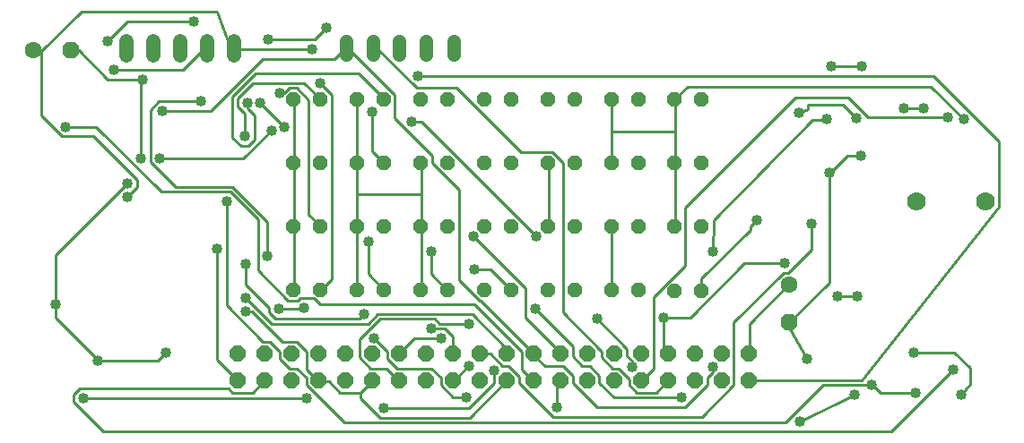
<source format=gbl>
G75*
%MOIN*%
%OFA0B0*%
%FSLAX24Y24*%
%IPPOS*%
%LPD*%
%AMOC8*
5,1,8,0,0,1.08239X$1,22.5*
%
%ADD10OC8,0.0520*%
%ADD11C,0.0520*%
%ADD12C,0.0515*%
%ADD13C,0.0700*%
%ADD14OC8,0.0600*%
%ADD15OC8,0.0630*%
%ADD16C,0.0630*%
%ADD17C,0.0100*%
%ADD18C,0.0400*%
D10*
X013043Y007881D03*
X014043Y007881D03*
X015405Y007881D03*
X016405Y007881D03*
X017767Y007881D03*
X018767Y007881D03*
X020130Y007881D03*
X021130Y007881D03*
X022492Y007881D03*
X023492Y007881D03*
X024854Y007881D03*
X025854Y007881D03*
X027216Y007842D03*
X028216Y007842D03*
X028216Y010244D03*
X027216Y010244D03*
X025854Y010244D03*
X024854Y010244D03*
X023492Y010244D03*
X022492Y010244D03*
X021130Y010244D03*
X020130Y010244D03*
X018767Y010244D03*
X017767Y010244D03*
X016405Y010244D03*
X015405Y010244D03*
X014043Y010244D03*
X013043Y010244D03*
X013043Y012606D03*
X014043Y012606D03*
X015405Y012606D03*
X016405Y012606D03*
X017767Y012606D03*
X018767Y012606D03*
X020130Y012606D03*
X021130Y012606D03*
X022492Y012606D03*
X023492Y012606D03*
X024854Y012606D03*
X025854Y012606D03*
X027216Y012606D03*
X028216Y012606D03*
X028216Y014968D03*
X027216Y014968D03*
X025854Y014968D03*
X024854Y014968D03*
X023492Y014968D03*
X022492Y014968D03*
X021130Y014968D03*
X020130Y014968D03*
X018767Y014968D03*
X017767Y014968D03*
X016405Y014968D03*
X015405Y014968D03*
X014043Y014968D03*
X013043Y014968D03*
D11*
X010830Y016625D02*
X010830Y017145D01*
X009830Y017145D02*
X009830Y016625D01*
X008830Y016625D02*
X008830Y017145D01*
X007830Y017145D02*
X007830Y016625D01*
X006830Y016625D02*
X006830Y017145D01*
D12*
X015000Y017155D02*
X015000Y016640D01*
X015984Y016640D02*
X015984Y017155D01*
X016968Y017155D02*
X016968Y016640D01*
X017952Y016640D02*
X017952Y017155D01*
X019015Y017155D02*
X019015Y016640D01*
D13*
X036200Y011189D03*
X038760Y011189D03*
D14*
X029972Y005507D03*
X028972Y005507D03*
X027972Y005507D03*
X026972Y005507D03*
X025972Y005507D03*
X024972Y005507D03*
X023972Y005507D03*
X022972Y005507D03*
X021972Y005507D03*
X020972Y005507D03*
X019972Y005507D03*
X018972Y005507D03*
X017972Y005507D03*
X016972Y005507D03*
X015972Y005507D03*
X014972Y005507D03*
X013972Y005507D03*
X012972Y005507D03*
X011972Y005507D03*
X010972Y005507D03*
X010972Y004507D03*
X011972Y004507D03*
X012972Y004507D03*
X013972Y004507D03*
X014972Y004507D03*
X015972Y004507D03*
X016972Y004507D03*
X017972Y004507D03*
X018972Y004507D03*
X019972Y004507D03*
X020972Y004507D03*
X021972Y004507D03*
X022972Y004507D03*
X023972Y004507D03*
X024972Y004507D03*
X025972Y004507D03*
X026972Y004507D03*
X027972Y004507D03*
X028972Y004507D03*
X029972Y004507D03*
D15*
X031456Y006670D03*
X004755Y016819D03*
D16*
X003355Y016819D03*
X031456Y008070D03*
D17*
X005962Y002623D02*
X004882Y003703D01*
X004882Y003973D01*
X005107Y004198D01*
X010642Y004198D01*
X010777Y004063D01*
X011542Y004063D01*
X011947Y004468D01*
X011972Y004507D01*
X012532Y005323D02*
X012892Y004963D01*
X013162Y004963D01*
X013522Y004603D01*
X013522Y004333D01*
X014917Y002938D01*
X031342Y002938D01*
X032737Y004333D01*
X034537Y004333D01*
X034582Y004333D01*
X034852Y004063D01*
X036157Y004063D01*
X037552Y004918D02*
X035257Y002623D01*
X005962Y002623D01*
X005242Y003838D02*
X013522Y003838D01*
X013927Y004513D02*
X013972Y004507D01*
X014017Y004468D01*
X014377Y004468D01*
X014782Y004063D01*
X015547Y004063D01*
X015547Y003838D01*
X016267Y003118D01*
X019597Y003118D01*
X020947Y004468D01*
X020972Y004507D01*
X021442Y004423D02*
X021442Y004648D01*
X021037Y005053D01*
X020812Y005053D01*
X020362Y005503D01*
X020002Y005503D01*
X019972Y005507D01*
X020947Y005548D02*
X020972Y005507D01*
X020947Y005548D02*
X020947Y005728D01*
X019687Y006988D01*
X016177Y006988D01*
X015817Y006628D01*
X012217Y006628D01*
X011272Y007573D01*
X011272Y008068D02*
X012127Y007213D01*
X012127Y007033D01*
X012352Y006808D01*
X015502Y006808D01*
X015682Y006988D01*
X016267Y006808D02*
X015502Y006043D01*
X015502Y005368D01*
X015907Y004963D01*
X016492Y004963D01*
X016942Y004513D01*
X016972Y004507D01*
X016897Y004963D02*
X018157Y004963D01*
X018517Y004603D01*
X018517Y004333D01*
X018967Y003883D01*
X019462Y003883D01*
X019552Y003478D02*
X020497Y004423D01*
X020497Y004873D01*
X019552Y005053D02*
X019012Y004513D01*
X018972Y004507D01*
X016897Y004963D02*
X016537Y005323D01*
X016537Y005593D01*
X016042Y006088D01*
X016987Y005548D02*
X016972Y005507D01*
X016987Y005548D02*
X017527Y006088D01*
X018517Y006088D01*
X018652Y006448D02*
X018967Y006133D01*
X018967Y005548D01*
X018972Y005507D01*
X018652Y006448D02*
X018157Y006448D01*
X018472Y006628D02*
X018292Y006808D01*
X016267Y006808D01*
X016405Y007881D02*
X016402Y007888D01*
X015817Y008473D01*
X015817Y009688D01*
X015412Y010228D02*
X015405Y010244D01*
X015412Y010273D01*
X015412Y011443D01*
X017797Y011443D01*
X017797Y012568D01*
X017767Y012606D01*
X018202Y012613D02*
X018202Y012883D01*
X016807Y014278D01*
X016807Y015133D01*
X015052Y016888D01*
X015000Y016897D01*
X014962Y016888D01*
X014557Y016483D01*
X011902Y016483D01*
X009967Y014548D01*
X008167Y014548D01*
X008032Y014908D02*
X007717Y014593D01*
X007717Y012658D01*
X008662Y011713D01*
X010777Y011713D01*
X012082Y010408D01*
X012082Y009148D01*
X011272Y008833D02*
X011272Y008068D01*
X011722Y008608D02*
X012847Y007483D01*
X013207Y007483D01*
X013297Y007573D01*
X013792Y007573D01*
X014017Y007348D01*
X019777Y007348D01*
X021532Y005593D01*
X021532Y004918D01*
X021937Y004513D01*
X021972Y004507D01*
X021442Y004423D02*
X022702Y003163D01*
X028237Y003163D01*
X029407Y004333D01*
X029407Y006673D01*
X031252Y008518D01*
X031432Y008518D01*
X032287Y009373D01*
X032287Y010363D01*
X030275Y010480D02*
X030039Y010244D01*
X030039Y010126D01*
X028216Y008303D01*
X028216Y007842D01*
X027787Y006853D02*
X026797Y006853D01*
X026797Y005683D01*
X026932Y005548D01*
X026972Y005507D01*
X026437Y004963D02*
X025987Y004513D01*
X025972Y004507D01*
X025537Y004558D02*
X025537Y004333D01*
X025807Y004063D01*
X026527Y004063D01*
X026932Y004468D01*
X026972Y004507D01*
X026437Y004963D02*
X026437Y007618D01*
X027607Y008788D01*
X027607Y010948D01*
X031702Y015043D01*
X033682Y015043D01*
X034402Y014323D01*
X037372Y014323D01*
X037957Y014233D02*
X036742Y015448D01*
X027697Y015448D01*
X027247Y014998D01*
X027216Y014968D01*
X027247Y014953D01*
X027247Y013783D01*
X024862Y013783D01*
X024862Y014953D01*
X024854Y014968D01*
X024862Y013783D02*
X024862Y012613D01*
X024854Y012606D01*
X023062Y012613D02*
X023062Y007033D01*
X024502Y005593D01*
X024502Y005368D01*
X024907Y004963D01*
X025132Y004963D01*
X025537Y004558D01*
X025627Y005008D02*
X025627Y005233D01*
X025447Y005413D01*
X025447Y005683D01*
X024322Y006808D01*
X023422Y005773D02*
X022027Y007168D01*
X021667Y006853D02*
X022972Y005548D01*
X022972Y005507D01*
X023422Y005413D02*
X023422Y005773D01*
X023422Y005413D02*
X023782Y005053D01*
X024052Y005053D01*
X024412Y004693D01*
X024412Y004423D01*
X024952Y003883D01*
X027472Y003883D01*
X027607Y003523D02*
X024322Y003523D01*
X023422Y004423D01*
X023422Y004693D01*
X023062Y005053D01*
X022387Y005053D01*
X021982Y005458D01*
X021972Y005507D01*
X021937Y005548D01*
X020002Y007483D01*
X019957Y007483D01*
X019192Y008248D01*
X019192Y011623D01*
X018202Y012613D01*
X016405Y012606D02*
X016402Y012613D01*
X015952Y013063D01*
X015952Y014503D01*
X016405Y014968D02*
X016402Y014998D01*
X015457Y015943D01*
X011632Y015943D01*
X010777Y015088D01*
X010777Y013558D01*
X011092Y013243D01*
X011362Y013243D01*
X011587Y013468D01*
X011587Y014368D01*
X011317Y014638D01*
X011317Y014863D01*
X010957Y014998D02*
X010957Y014728D01*
X011227Y014458D01*
X011227Y013603D01*
X011182Y012793D02*
X012217Y013828D01*
X012712Y013963D02*
X011812Y014863D01*
X011542Y015583D02*
X010957Y014998D01*
X011542Y015583D02*
X013432Y015583D01*
X014017Y014998D01*
X014043Y014968D01*
X013612Y014953D02*
X013612Y010678D01*
X014017Y010273D01*
X014043Y010244D01*
X013072Y010228D02*
X013043Y010244D01*
X013072Y010273D01*
X013072Y012568D01*
X013043Y012606D01*
X013072Y012613D01*
X013072Y014953D01*
X013043Y014968D01*
X013162Y015403D02*
X013612Y014953D01*
X013162Y015403D02*
X012892Y015403D01*
X012712Y015223D01*
X012532Y015223D01*
X014017Y015583D02*
X014467Y015133D01*
X014467Y008293D01*
X014062Y007888D01*
X014043Y007881D01*
X013072Y007888D02*
X013043Y007881D01*
X013072Y007888D02*
X013072Y010228D01*
X011722Y010498D02*
X011722Y008608D01*
X010192Y009418D02*
X010192Y005278D01*
X010957Y004513D01*
X010972Y004507D01*
X012532Y005323D02*
X012532Y005593D01*
X012172Y005953D01*
X011902Y005953D01*
X010552Y007303D01*
X010552Y011173D01*
X010687Y011533D02*
X011722Y010498D01*
X010687Y011533D02*
X008122Y011533D01*
X005692Y013963D01*
X004567Y013963D01*
X004432Y013603D02*
X003667Y014368D01*
X003667Y016798D01*
X003355Y016819D01*
X003712Y016798D01*
X005152Y018238D01*
X010203Y018238D01*
X010687Y016888D01*
X010830Y016885D01*
X010732Y016843D01*
X013747Y016843D01*
X013819Y017212D02*
X014252Y017645D01*
X013819Y017212D02*
X012086Y017212D01*
X009830Y016885D02*
X009697Y016843D01*
X008932Y016078D01*
X006367Y016078D01*
X006142Y015718D02*
X005062Y016798D01*
X004755Y016819D01*
X006142Y017158D02*
X006862Y017878D01*
X009320Y017878D01*
X007447Y015718D02*
X006142Y015718D01*
X007357Y015673D02*
X007447Y015718D01*
X007357Y015673D02*
X007357Y012793D01*
X008077Y012793D02*
X011182Y012793D01*
X009584Y014908D02*
X008032Y014908D01*
X005602Y013603D02*
X004432Y013603D01*
X005602Y013603D02*
X007222Y011983D01*
X007222Y011713D01*
X006862Y011353D01*
X006862Y011848D02*
X004207Y009193D01*
X004207Y007348D01*
X004207Y006853D01*
X005782Y005278D01*
X005782Y005233D01*
X007987Y005233D01*
X008302Y005548D01*
X011272Y007078D02*
X011497Y007078D01*
X012622Y005953D01*
X013162Y005953D01*
X013522Y005593D01*
X013522Y004918D01*
X013927Y004513D01*
X015547Y004063D02*
X015952Y004468D01*
X015972Y004507D01*
X016402Y003478D02*
X019552Y003478D01*
X022837Y003523D02*
X022837Y004333D01*
X022972Y004468D01*
X022972Y004507D01*
X019552Y006628D02*
X018472Y006628D01*
X018767Y007881D02*
X018742Y007888D01*
X018157Y008473D01*
X018157Y009328D01*
X019732Y009868D02*
X021667Y007933D01*
X021667Y006853D01*
X021130Y007881D02*
X021127Y007888D01*
X020362Y008653D01*
X019777Y008653D01*
X017797Y007888D02*
X017767Y007881D01*
X017797Y007888D02*
X017797Y010228D01*
X017767Y010244D01*
X017797Y010273D01*
X017797Y011443D01*
X015412Y011443D02*
X015412Y012568D01*
X015405Y012606D01*
X015412Y012658D01*
X015412Y014953D01*
X015405Y014968D01*
X016132Y016888D02*
X017617Y015403D01*
X019102Y015403D01*
X021487Y013018D01*
X022657Y013018D01*
X023062Y012613D01*
X022522Y012568D02*
X022492Y012606D01*
X022522Y012568D02*
X022522Y010273D01*
X022492Y010244D01*
X022072Y009868D02*
X017797Y014143D01*
X017437Y014143D01*
X017662Y015853D02*
X036832Y015853D01*
X039262Y013423D01*
X039262Y010993D01*
X034160Y004513D01*
X029992Y004513D01*
X029972Y004507D01*
X028642Y004828D02*
X028417Y004603D01*
X028417Y004333D01*
X027607Y003523D01*
X028642Y004828D02*
X028642Y005008D01*
X029972Y005507D02*
X029992Y005548D01*
X029992Y006628D01*
X031432Y008068D01*
X031456Y008070D01*
X031297Y008878D02*
X029812Y008878D01*
X027787Y006853D01*
X024862Y007888D02*
X024854Y007881D01*
X024862Y007888D02*
X024862Y010228D01*
X024854Y010244D01*
X027216Y010244D02*
X027247Y010273D01*
X027247Y012568D01*
X027216Y012606D01*
X027247Y012613D01*
X027247Y013783D01*
X031837Y014486D02*
X032180Y014604D01*
X032152Y014773D01*
X033457Y014773D01*
X033952Y014278D01*
X032872Y014233D02*
X032591Y014199D01*
X032321Y014199D01*
X028681Y010481D01*
X028642Y009328D01*
X031477Y006673D02*
X032962Y008158D01*
X032962Y012253D01*
X033007Y012253D01*
X033637Y012883D01*
X034132Y012883D01*
X035748Y014653D02*
X036456Y014653D01*
X034173Y016228D02*
X033031Y016228D01*
X033277Y007663D02*
X033997Y007663D01*
X031477Y006673D02*
X031456Y006670D01*
X031477Y006628D01*
X031477Y006493D01*
X032129Y005329D01*
X033896Y003973D02*
X031882Y002983D01*
X036102Y005559D02*
X037598Y005559D01*
X038189Y004968D01*
X038189Y004378D01*
X037874Y003984D01*
X015412Y007888D02*
X015405Y007881D01*
X015412Y007888D02*
X015412Y010228D01*
X013432Y007213D02*
X013387Y007168D01*
X012487Y007168D01*
X015997Y016888D02*
X015984Y016897D01*
X015997Y016888D02*
X016132Y016888D01*
D18*
X017662Y015853D03*
X015952Y014503D03*
X017437Y014143D03*
X014017Y015583D03*
X012532Y015223D03*
X011812Y014863D03*
X011317Y014863D03*
X012712Y013963D03*
X012217Y013828D03*
X011227Y013603D03*
X009584Y014908D03*
X008167Y014548D03*
X007447Y015718D03*
X006367Y016078D03*
X006142Y017158D03*
X009320Y017878D03*
X012086Y017212D03*
X013747Y016843D03*
X014252Y017645D03*
X008077Y012793D03*
X007357Y012793D03*
X006862Y011848D03*
X006862Y011353D03*
X010552Y011173D03*
X010192Y009418D03*
X011272Y008833D03*
X012082Y009148D03*
X011272Y007573D03*
X011272Y007078D03*
X012487Y007168D03*
X013432Y007213D03*
X015682Y006988D03*
X016042Y006088D03*
X018157Y006448D03*
X018517Y006088D03*
X019552Y006628D03*
X022027Y007168D03*
X024322Y006808D03*
X026797Y006853D03*
X025627Y005008D03*
X027472Y003883D03*
X028642Y005008D03*
X032129Y005329D03*
X033896Y003973D03*
X034537Y004333D03*
X036157Y004063D03*
X037552Y004918D03*
X037874Y003984D03*
X036102Y005559D03*
X033997Y007663D03*
X033277Y007663D03*
X031297Y008878D03*
X028642Y009328D03*
X030275Y010480D03*
X032287Y010363D03*
X032962Y012253D03*
X034132Y012883D03*
X033952Y014278D03*
X032872Y014233D03*
X031837Y014486D03*
X033031Y016228D03*
X034173Y016228D03*
X035748Y014653D03*
X036456Y014653D03*
X037372Y014323D03*
X037957Y014233D03*
X022072Y009868D03*
X019732Y009868D03*
X018157Y009328D03*
X019777Y008653D03*
X015817Y009688D03*
X008302Y005548D03*
X005782Y005233D03*
X005242Y003838D03*
X004207Y007348D03*
X013522Y003838D03*
X016402Y003478D03*
X019462Y003883D03*
X019552Y005053D03*
X020497Y004873D03*
X022837Y003523D03*
X031882Y002983D03*
X004567Y013963D03*
M02*

</source>
